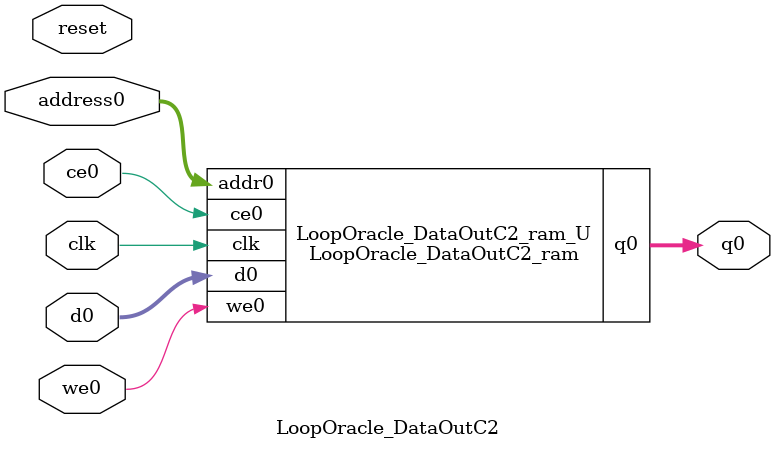
<source format=v>
`timescale 1 ns / 1 ps
module LoopOracle_DataOutC2_ram (addr0, ce0, d0, we0, q0,  clk);

parameter DWIDTH = 32;
parameter AWIDTH = 14;
parameter MEM_SIZE = 8928;

input[AWIDTH-1:0] addr0;
input ce0;
input[DWIDTH-1:0] d0;
input we0;
output reg[DWIDTH-1:0] q0;
input clk;

(* ram_style = "block" *)reg [DWIDTH-1:0] ram[0:MEM_SIZE-1];




always @(posedge clk)  
begin 
    if (ce0) 
    begin
        if (we0) 
        begin 
            ram[addr0] <= d0; 
        end 
        q0 <= ram[addr0];
    end
end


endmodule

`timescale 1 ns / 1 ps
module LoopOracle_DataOutC2(
    reset,
    clk,
    address0,
    ce0,
    we0,
    d0,
    q0);

parameter DataWidth = 32'd32;
parameter AddressRange = 32'd8928;
parameter AddressWidth = 32'd14;
input reset;
input clk;
input[AddressWidth - 1:0] address0;
input ce0;
input we0;
input[DataWidth - 1:0] d0;
output[DataWidth - 1:0] q0;



LoopOracle_DataOutC2_ram LoopOracle_DataOutC2_ram_U(
    .clk( clk ),
    .addr0( address0 ),
    .ce0( ce0 ),
    .we0( we0 ),
    .d0( d0 ),
    .q0( q0 ));

endmodule


</source>
